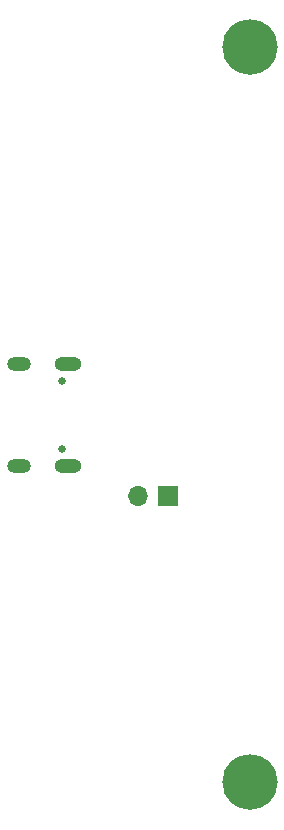
<source format=gbr>
%TF.GenerationSoftware,KiCad,Pcbnew,8.0.5*%
%TF.CreationDate,2025-01-30T00:47:00+01:00*%
%TF.ProjectId,LAMP_OUTDOOR_BATTERY,4c414d50-5f4f-4555-9444-4f4f525f4241,rev?*%
%TF.SameCoordinates,Original*%
%TF.FileFunction,Soldermask,Bot*%
%TF.FilePolarity,Negative*%
%FSLAX46Y46*%
G04 Gerber Fmt 4.6, Leading zero omitted, Abs format (unit mm)*
G04 Created by KiCad (PCBNEW 8.0.5) date 2025-01-30 00:47:00*
%MOMM*%
%LPD*%
G01*
G04 APERTURE LIST*
%ADD10C,0.650000*%
%ADD11O,2.304000X1.204000*%
%ADD12O,2.004000X1.204000*%
%ADD13C,3.100000*%
%ADD14C,4.700000*%
%ADD15R,1.700000X1.700000*%
%ADD16O,1.700000X1.700000*%
G04 APERTURE END LIST*
D10*
%TO.C,J1*%
X141885000Y-89040000D03*
X141885000Y-94820000D03*
D11*
X142385000Y-87610000D03*
X142385000Y-96250000D03*
D12*
X138205000Y-87610000D03*
X138205000Y-96250000D03*
%TD*%
D13*
%TO.C,REF\u002A\u002A*%
X157764700Y-123050400D03*
D14*
X157764700Y-123050400D03*
%TD*%
D13*
%TO.C,REF\u002A\u002A*%
X157764700Y-60789600D03*
D14*
X157764700Y-60789600D03*
%TD*%
%TO.C,*%
X157764700Y-123050400D03*
%TD*%
D15*
%TO.C,SW1*%
X150830000Y-98810000D03*
D16*
X148290000Y-98810000D03*
%TD*%
M02*

</source>
